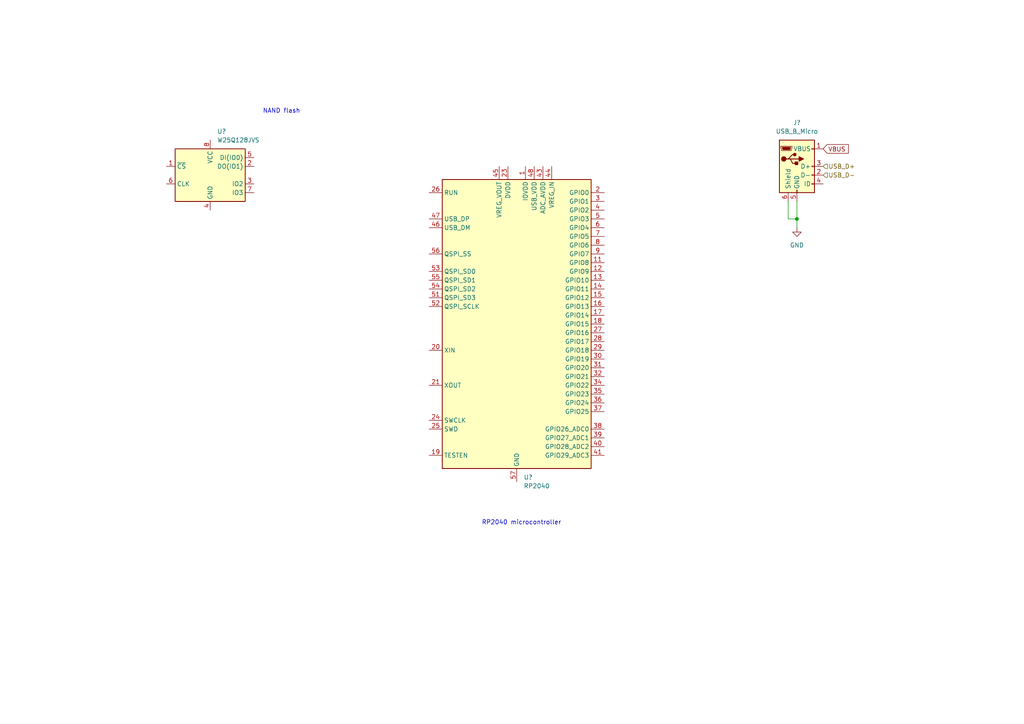
<source format=kicad_sch>
(kicad_sch (version 20211123) (generator eeschema)
  (paper "A4")
  (title_block (title "Power Board Controller Schematic") (date "2022-09-06") (rev "3.1"))
  (lib_symbols
    (symbol "Connector:USB_B_Micro" (pin_names (offset 1.016))
      (property "Reference" "J" (at -5.08 11.43 0))
      (property "Value" "USB_B_Micro" (at -5.08 8.89 0))
      (symbol "USB_B_Micro_0_1"
        (rectangle (start -5.08 -7.62) (end 5.08 7.62) (stroke (width 0.254)) (fill (type background)))
        (circle (center -3.81 2.159) (radius 0.635) (stroke (width 0.254)) (fill (type outline)))
        (circle (center -0.635 3.429) (radius 0.381) (stroke (width 0.254)) (fill (type outline)))
        (rectangle (start -0.127 -7.62) (end 0.127 -6.858))
        (polyline (pts (xy -1.905 2.159) (xy 0.635 2.159)) (stroke (width 0.254)))
        (polyline (pts (xy -3.175 2.159) (xy -2.54 2.159) (xy -1.27 3.429) (xy -0.635 3.429)) (stroke (width 0.254)))
        (polyline (pts (xy -2.54 2.159) (xy -1.905 2.159) (xy -1.27 0.889) (xy 0 0.889)) (stroke (width 0.254)))
        (polyline (pts (xy 0.635 2.794) (xy 0.635 1.524) (xy 1.905 2.159) (xy 0.635 2.794)) (stroke (width 0.254)) (fill (type outline)))
        (polyline (pts (xy -4.318 5.588) (xy -1.778 5.588) (xy -2.032 4.826) (xy -4.064 4.826) (xy -4.318 5.588)) (fill (type outline)))
        (polyline (pts (xy -4.699 5.842) (xy -4.699 5.588) (xy -4.445 4.826) (xy -4.445 4.572) (xy -1.651 4.572) (xy -1.651 4.826) (xy -1.397 5.588) (xy -1.397 5.842) (xy -4.699 5.842)))
        (rectangle (start 0.254 1.27) (end -0.508 0.508) (stroke (width 0.254)) (fill (type outline)))
        (rectangle (start 5.08 -5.207) (end 4.318 -4.953))
        (rectangle (start 5.08 -2.667) (end 4.318 -2.413))
        (rectangle (start 5.08 -0.127) (end 4.318 0.127))
        (rectangle (start 5.08 4.953) (end 4.318 5.207))
      )
      (symbol "USB_B_Micro_1_1"
        (pin power_out line (at 7.62 5.08 180) (length 2.54) (name "VBUS") (number "1"))
        (pin bidirectional line (at 7.62 -2.54 180) (length 2.54) (name "D-") (number "2"))
        (pin bidirectional line (at 7.62 0 180) (length 2.54) (name "D+") (number "3"))
        (pin passive line (at 7.62 -5.08 180) (length 2.54) (name "ID") (number "4"))
        (pin power_out line (at 0 -10.16 90) (length 2.54) (name "GND") (number "5"))
        (pin passive line (at -2.54 -10.16 90) (length 2.54) (name "Shield") (number "6"))
      )
    )
    (symbol "MCU_RaspberryPi:RP2040"
      (property "Reference" "U" (at 17.78 45.72 0))
      (property "Value" "RP2040" (at 17.78 43.18 0))
      (symbol "RP2040_0_1"
        (rectangle (start -21.59 41.91) (end 21.59 -41.91) (stroke (width 0.254)) (fill (type background)))
      )
      (symbol "RP2040_1_1"
        (pin power_in line (at 2.54 45.72 270) (length 3.81) (name "IOVDD") (number "1"))
        (pin passive line (at 2.54 45.72 270) (length 3.81) hide (name "IOVDD") (number "10"))
        (pin bidirectional line (at 25.4 17.78 180) (length 3.81) (name "GPIO8") (number "11"))
        (pin bidirectional line (at 25.4 15.24 180) (length 3.81) (name "GPIO9") (number "12"))
        (pin bidirectional line (at 25.4 12.7 180) (length 3.81) (name "GPIO10") (number "13"))
        (pin bidirectional line (at 25.4 10.16 180) (length 3.81) (name "GPIO11") (number "14"))
        (pin bidirectional line (at 25.4 7.62 180) (length 3.81) (name "GPIO12") (number "15"))
        (pin bidirectional line (at 25.4 5.08 180) (length 3.81) (name "GPIO13") (number "16"))
        (pin bidirectional line (at 25.4 2.54 180) (length 3.81) (name "GPIO14") (number "17"))
        (pin bidirectional line (at 25.4 0 180) (length 3.81) (name "GPIO15") (number "18"))
        (pin input line (at -25.4 -38.1 0) (length 3.81) (name "TESTEN") (number "19"))
        (pin bidirectional line (at 25.4 38.1 180) (length 3.81) (name "GPIO0") (number "2"))
        (pin input line (at -25.4 -7.62 0) (length 3.81) (name "XIN") (number "20"))
        (pin passive line (at -25.4 -17.78 0) (length 3.81) (name "XOUT") (number "21"))
        (pin passive line (at 2.54 45.72 270) (length 3.81) hide (name "IOVDD") (number "22"))
        (pin power_in line (at -2.54 45.72 270) (length 3.81) (name "DVDD") (number "23"))
        (pin output line (at -25.4 -27.94 0) (length 3.81) (name "SWCLK") (number "24"))
        (pin bidirectional line (at -25.4 -30.48 0) (length 3.81) (name "SWD") (number "25"))
        (pin input line (at -25.4 38.1 0) (length 3.81) (name "RUN") (number "26"))
        (pin bidirectional line (at 25.4 -2.54 180) (length 3.81) (name "GPIO16") (number "27"))
        (pin bidirectional line (at 25.4 -5.08 180) (length 3.81) (name "GPIO17") (number "28"))
        (pin bidirectional line (at 25.4 -7.62 180) (length 3.81) (name "GPIO18") (number "29"))
        (pin bidirectional line (at 25.4 35.56 180) (length 3.81) (name "GPIO1") (number "3"))
        (pin bidirectional line (at 25.4 -10.16 180) (length 3.81) (name "GPIO19") (number "30"))
        (pin bidirectional line (at 25.4 -12.7 180) (length 3.81) (name "GPIO20") (number "31"))
        (pin bidirectional line (at 25.4 -15.24 180) (length 3.81) (name "GPIO21") (number "32"))
        (pin passive line (at 2.54 45.72 270) (length 3.81) hide (name "IOVDD") (number "33"))
        (pin bidirectional line (at 25.4 -17.78 180) (length 3.81) (name "GPIO22") (number "34"))
        (pin bidirectional line (at 25.4 -20.32 180) (length 3.81) (name "GPIO23") (number "35"))
        (pin bidirectional line (at 25.4 -22.86 180) (length 3.81) (name "GPIO24") (number "36"))
        (pin bidirectional line (at 25.4 -25.4 180) (length 3.81) (name "GPIO25") (number "37"))
        (pin bidirectional line (at 25.4 -30.48 180) (length 3.81) (name "GPIO26_ADC0") (number "38"))
        (pin bidirectional line (at 25.4 -33.02 180) (length 3.81) (name "GPIO27_ADC1") (number "39"))
        (pin bidirectional line (at 25.4 33.02 180) (length 3.81) (name "GPIO2") (number "4"))
        (pin bidirectional line (at 25.4 -35.56 180) (length 3.81) (name "GPIO28_ADC2") (number "40"))
        (pin bidirectional line (at 25.4 -38.1 180) (length 3.81) (name "GPIO29_ADC3") (number "41"))
        (pin passive line (at 2.54 45.72 270) (length 3.81) hide (name "IOVDD") (number "42"))
        (pin power_in line (at 7.62 45.72 270) (length 3.81) (name "ADC_AVDD") (number "43"))
        (pin power_in line (at 10.16 45.72 270) (length 3.81) (name "VREG_IN") (number "44"))
        (pin power_out line (at -5.08 45.72 270) (length 3.81) (name "VREG_VOUT") (number "45"))
        (pin bidirectional line (at -25.4 27.94 0) (length 3.81) (name "USB_DM") (number "46"))
        (pin bidirectional line (at -25.4 30.48 0) (length 3.81) (name "USB_DP") (number "47"))
        (pin power_in line (at 5.08 45.72 270) (length 3.81) (name "USB_VDD") (number "48"))
        (pin passive line (at 2.54 45.72 270) (length 3.81) hide (name "IOVDD") (number "49"))
        (pin bidirectional line (at 25.4 30.48 180) (length 3.81) (name "GPIO3") (number "5"))
        (pin passive line (at -2.54 45.72 270) (length 3.81) hide (name "DVDD") (number "50"))
        (pin bidirectional line (at -25.4 7.62 0) (length 3.81) (name "QSPI_SD3") (number "51"))
        (pin output line (at -25.4 5.08 0) (length 3.81) (name "QSPI_SCLK") (number "52"))
        (pin bidirectional line (at -25.4 15.24 0) (length 3.81) (name "QSPI_SD0") (number "53"))
        (pin bidirectional line (at -25.4 10.16 0) (length 3.81) (name "QSPI_SD2") (number "54"))
        (pin bidirectional line (at -25.4 12.7 0) (length 3.81) (name "QSPI_SD1") (number "55"))
        (pin bidirectional line (at -25.4 20.32 0) (length 3.81) (name "QSPI_SS") (number "56"))
        (pin power_in line (at 0 -45.72 90) (length 3.81) (name "GND") (number "57"))
        (pin bidirectional line (at 25.4 27.94 180) (length 3.81) (name "GPIO4") (number "6"))
        (pin bidirectional line (at 25.4 25.4 180) (length 3.81) (name "GPIO5") (number "7"))
        (pin bidirectional line (at 25.4 22.86 180) (length 3.81) (name "GPIO6") (number "8"))
        (pin bidirectional line (at 25.4 20.32 180) (length 3.81) (name "GPIO7") (number "9"))
      )
    )
    (symbol "Memory_Flash:W25Q128JVS"
      (property "Reference" "U" (at -8.89 8.89 0))
      (property "Value" "W25Q128JVS" (at 7.62 8.89 0))
      (symbol "W25Q128JVS_0_1"
        (rectangle (start -10.16 7.62) (end 10.16 -7.62) (stroke (width 0.254)) (fill (type background)))
      )
      (symbol "W25Q128JVS_1_1"
        (pin input line (at -12.7 2.54 0) (length 2.54) (name "~{CS}") (number "1"))
        (pin bidirectional line (at 12.7 2.54 180) (length 2.54) (name "DO(IO1)") (number "2"))
        (pin bidirectional line (at 12.7 -2.54 180) (length 2.54) (name "IO2") (number "3"))
        (pin power_in line (at 0 -10.16 90) (length 2.54) (name "GND") (number "4"))
        (pin bidirectional line (at 12.7 5.08 180) (length 2.54) (name "DI(IO0)") (number "5"))
        (pin input line (at -12.7 -2.54 0) (length 2.54) (name "CLK") (number "6"))
        (pin bidirectional line (at 12.7 -5.08 180) (length 2.54) (name "IO3") (number "7"))
        (pin power_in line (at 0 10.16 270) (length 2.54) (name "VCC") (number "8"))
      )
    )
    (symbol "power:GND" (power) (pin_names (offset 0))
      (property "Value" "GND" (at 0 -3.81 0))
      (symbol "GND_0_1"
        (polyline (pts (xy 0 0) (xy 0 -1.27) (xy 1.27 -1.27) (xy 0 -2.54) (xy -1.27 -1.27) (xy 0 -1.27)))
      )
      (symbol "GND_1_1"
        (pin power_in line (at 0 0 270) (length 0) hide (name "GND") (number "1"))
      )
    )
  )
  (junction (at 231.14 63.5))
  (wire (pts (xy 231.14 63.5) (xy 231.14 66.04)))
  (wire (pts (xy 228.6 58.42) (xy 228.6 63.5)))
  (wire (pts (xy 231.14 58.42) (xy 231.14 63.5)))
  (wire (pts (xy 228.6 63.5) (xy 231.14 63.5)))
  (text "RP2040 microcontroller" (at 139.7 152.4 0) (effects (font (size 1.27 1.27)) (justify left bottom)))
  (text "NAND flash" (at 76.2 33.02 0) (effects (font (size 1.27 1.27)) (justify left bottom)))
  (global_label "VBUS" (shape input) (at 238.76 43.18 0) (property "Intersheet References" "${INTERSHEET_REFS}" (effects hide)))
  (hierarchical_label "USB_D-" (shape input) (at 238.76 50.8 0))
  (hierarchical_label "USB_D+" (shape input) (at 238.76 48.26 0))
  (symbol (lib_id "Connector:USB_B_Micro") (at 231.14 48.26 0) (unit 1)
    (property "Reference" "J?" (at 231.14 35.56 0))
    (property "Value" "USB_B_Micro" (at 231.14 38.1 0))
  )
  (symbol (lib_id "power:GND") (at 231.14 66.04 0) (unit 1)
    (property "Reference" "#PWR?" (effects hide))
    (property "Value" "GND" (at 231.14 71.12 0))
  )
  (symbol (lib_id "MCU_RaspberryPi:RP2040") (at 149.86 93.98 0) (unit 1)
    (property "Reference" "U?" (at 151.8794 138.43 0) (effects (justify left)))
    (property "Value" "RP2040" (at 151.8794 140.97 0) (effects (justify left)))
    (property "Footprint" "Package_DFN_QFN:QFN-56-1EP_7x7mm_P0.4mm_EP3.2x3.2mm" (effects hide))
    (property "Datasheet" "https://datasheets.raspberrypi.com/rp2040/rp2040-datasheet.pdf" (effects hide))
  )
  (symbol (lib_id "Memory_Flash:W25Q128JVS") (at 60.96 50.8 0) (unit 1)
    (property "Reference" "U?" (at 62.9794 38.1 0) (effects (justify left)))
    (property "Value" "W25Q128JVS" (at 62.9794 40.64 0) (effects (justify left)))
    (property "Footprint" "Package_SO:SOIC-8_5.23x5.23mm_P1.27mm" (effects hide))
    (property "Datasheet" "http://www.winbond.com/resource-files/w25q128jv_dtr%20revc%2003272018%20plus.pdf" (effects hide))
  )
)
</source>
